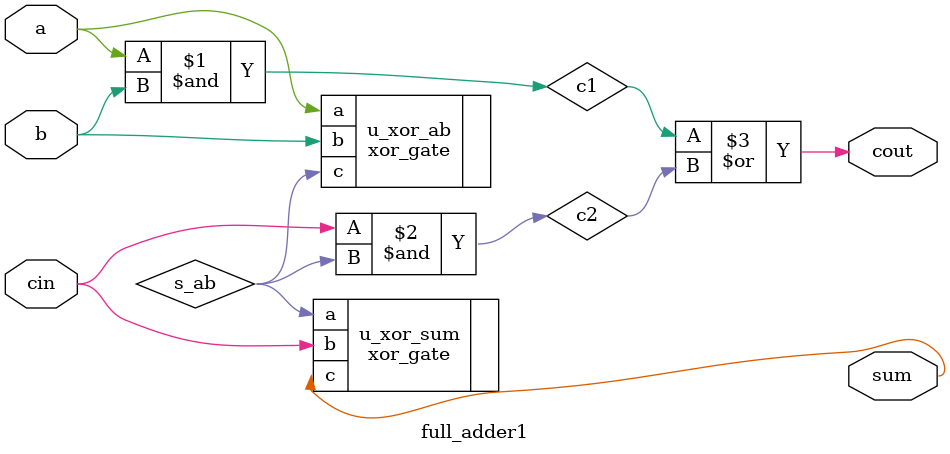
<source format=v>
`timescale 1ns/1ps

module full_adder1 (
    output wire sum,
    output wire cout,
    input  wire a,
    input  wire b,
    input  wire cin
);
    wire s_ab;      // a ^ b
    wire c1, c2;    // carry terms

    xor_gate u_xor_ab  (.c(s_ab), .a(a),    .b(b));
    xor_gate u_xor_sum (.c(sum),  .a(s_ab), .b(cin));

    assign c1  = a & b;
    assign c2  = cin & s_ab;
    assign cout = c1 | c2;
endmodule
</source>
